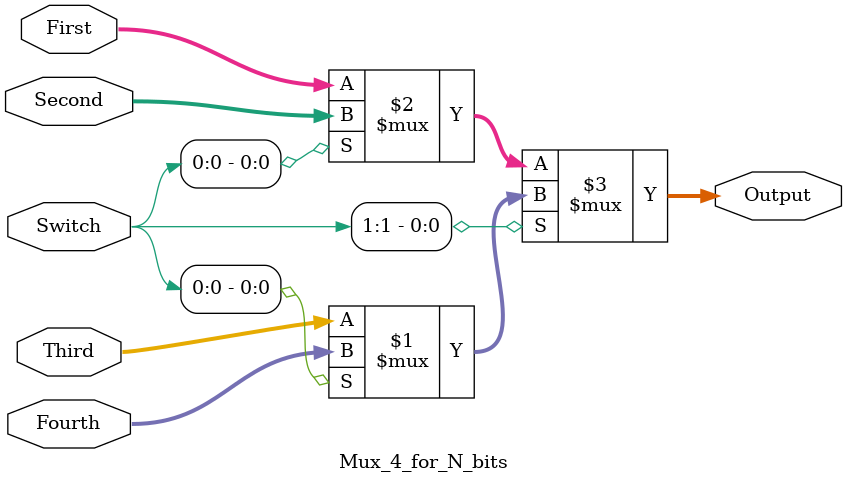
<source format=v>
module Mux_4_for_N_bits
	#(
		parameter 	Width = 4
 	)
  	(
	  	input	[Width	-1:0]		First			,
	  	input	[Width	-1:0]		Second			,
	  	input	[Width	-1:0]		Third			,
	  	input	[Width	-1:0]		Fourth			, 
	  
	  	input	[2		-1:0]		Switch			,
	  
	  	output	[Width	-1:0]		Output			
	);
  
  	assign Output = Switch[1] ? 	(Switch[0] ? 	Fourth : Third)
								:	(Switch[0] ? 	Second : First);
  
endmodule
</source>
